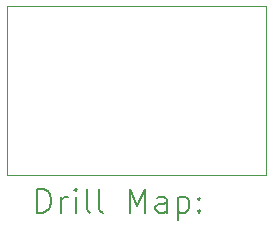
<source format=gbr>
%TF.GenerationSoftware,KiCad,Pcbnew,9.0.2*%
%TF.CreationDate,2025-07-09T22:06:22-04:00*%
%TF.ProjectId,inst_amp_ina333,696e7374-5f61-46d7-905f-696e61333333,rev?*%
%TF.SameCoordinates,Original*%
%TF.FileFunction,Drillmap*%
%TF.FilePolarity,Positive*%
%FSLAX45Y45*%
G04 Gerber Fmt 4.5, Leading zero omitted, Abs format (unit mm)*
G04 Created by KiCad (PCBNEW 9.0.2) date 2025-07-09 22:06:22*
%MOMM*%
%LPD*%
G01*
G04 APERTURE LIST*
%ADD10C,0.050000*%
%ADD11C,0.200000*%
G04 APERTURE END LIST*
D10*
X12750800Y-6019800D02*
X14947900Y-6019800D01*
X14947900Y-7454900D01*
X12750800Y-7454900D01*
X12750800Y-6019800D01*
D11*
X13009077Y-7768884D02*
X13009077Y-7568884D01*
X13009077Y-7568884D02*
X13056696Y-7568884D01*
X13056696Y-7568884D02*
X13085267Y-7578408D01*
X13085267Y-7578408D02*
X13104315Y-7597455D01*
X13104315Y-7597455D02*
X13113839Y-7616503D01*
X13113839Y-7616503D02*
X13123362Y-7654598D01*
X13123362Y-7654598D02*
X13123362Y-7683169D01*
X13123362Y-7683169D02*
X13113839Y-7721265D01*
X13113839Y-7721265D02*
X13104315Y-7740312D01*
X13104315Y-7740312D02*
X13085267Y-7759360D01*
X13085267Y-7759360D02*
X13056696Y-7768884D01*
X13056696Y-7768884D02*
X13009077Y-7768884D01*
X13209077Y-7768884D02*
X13209077Y-7635550D01*
X13209077Y-7673646D02*
X13218601Y-7654598D01*
X13218601Y-7654598D02*
X13228124Y-7645074D01*
X13228124Y-7645074D02*
X13247172Y-7635550D01*
X13247172Y-7635550D02*
X13266220Y-7635550D01*
X13332886Y-7768884D02*
X13332886Y-7635550D01*
X13332886Y-7568884D02*
X13323362Y-7578408D01*
X13323362Y-7578408D02*
X13332886Y-7587931D01*
X13332886Y-7587931D02*
X13342410Y-7578408D01*
X13342410Y-7578408D02*
X13332886Y-7568884D01*
X13332886Y-7568884D02*
X13332886Y-7587931D01*
X13456696Y-7768884D02*
X13437648Y-7759360D01*
X13437648Y-7759360D02*
X13428124Y-7740312D01*
X13428124Y-7740312D02*
X13428124Y-7568884D01*
X13561458Y-7768884D02*
X13542410Y-7759360D01*
X13542410Y-7759360D02*
X13532886Y-7740312D01*
X13532886Y-7740312D02*
X13532886Y-7568884D01*
X13790029Y-7768884D02*
X13790029Y-7568884D01*
X13790029Y-7568884D02*
X13856696Y-7711741D01*
X13856696Y-7711741D02*
X13923362Y-7568884D01*
X13923362Y-7568884D02*
X13923362Y-7768884D01*
X14104315Y-7768884D02*
X14104315Y-7664122D01*
X14104315Y-7664122D02*
X14094791Y-7645074D01*
X14094791Y-7645074D02*
X14075743Y-7635550D01*
X14075743Y-7635550D02*
X14037648Y-7635550D01*
X14037648Y-7635550D02*
X14018601Y-7645074D01*
X14104315Y-7759360D02*
X14085267Y-7768884D01*
X14085267Y-7768884D02*
X14037648Y-7768884D01*
X14037648Y-7768884D02*
X14018601Y-7759360D01*
X14018601Y-7759360D02*
X14009077Y-7740312D01*
X14009077Y-7740312D02*
X14009077Y-7721265D01*
X14009077Y-7721265D02*
X14018601Y-7702217D01*
X14018601Y-7702217D02*
X14037648Y-7692693D01*
X14037648Y-7692693D02*
X14085267Y-7692693D01*
X14085267Y-7692693D02*
X14104315Y-7683169D01*
X14199553Y-7635550D02*
X14199553Y-7835550D01*
X14199553Y-7645074D02*
X14218601Y-7635550D01*
X14218601Y-7635550D02*
X14256696Y-7635550D01*
X14256696Y-7635550D02*
X14275743Y-7645074D01*
X14275743Y-7645074D02*
X14285267Y-7654598D01*
X14285267Y-7654598D02*
X14294791Y-7673646D01*
X14294791Y-7673646D02*
X14294791Y-7730788D01*
X14294791Y-7730788D02*
X14285267Y-7749836D01*
X14285267Y-7749836D02*
X14275743Y-7759360D01*
X14275743Y-7759360D02*
X14256696Y-7768884D01*
X14256696Y-7768884D02*
X14218601Y-7768884D01*
X14218601Y-7768884D02*
X14199553Y-7759360D01*
X14380505Y-7749836D02*
X14390029Y-7759360D01*
X14390029Y-7759360D02*
X14380505Y-7768884D01*
X14380505Y-7768884D02*
X14370982Y-7759360D01*
X14370982Y-7759360D02*
X14380505Y-7749836D01*
X14380505Y-7749836D02*
X14380505Y-7768884D01*
X14380505Y-7645074D02*
X14390029Y-7654598D01*
X14390029Y-7654598D02*
X14380505Y-7664122D01*
X14380505Y-7664122D02*
X14370982Y-7654598D01*
X14370982Y-7654598D02*
X14380505Y-7645074D01*
X14380505Y-7645074D02*
X14380505Y-7664122D01*
M02*

</source>
